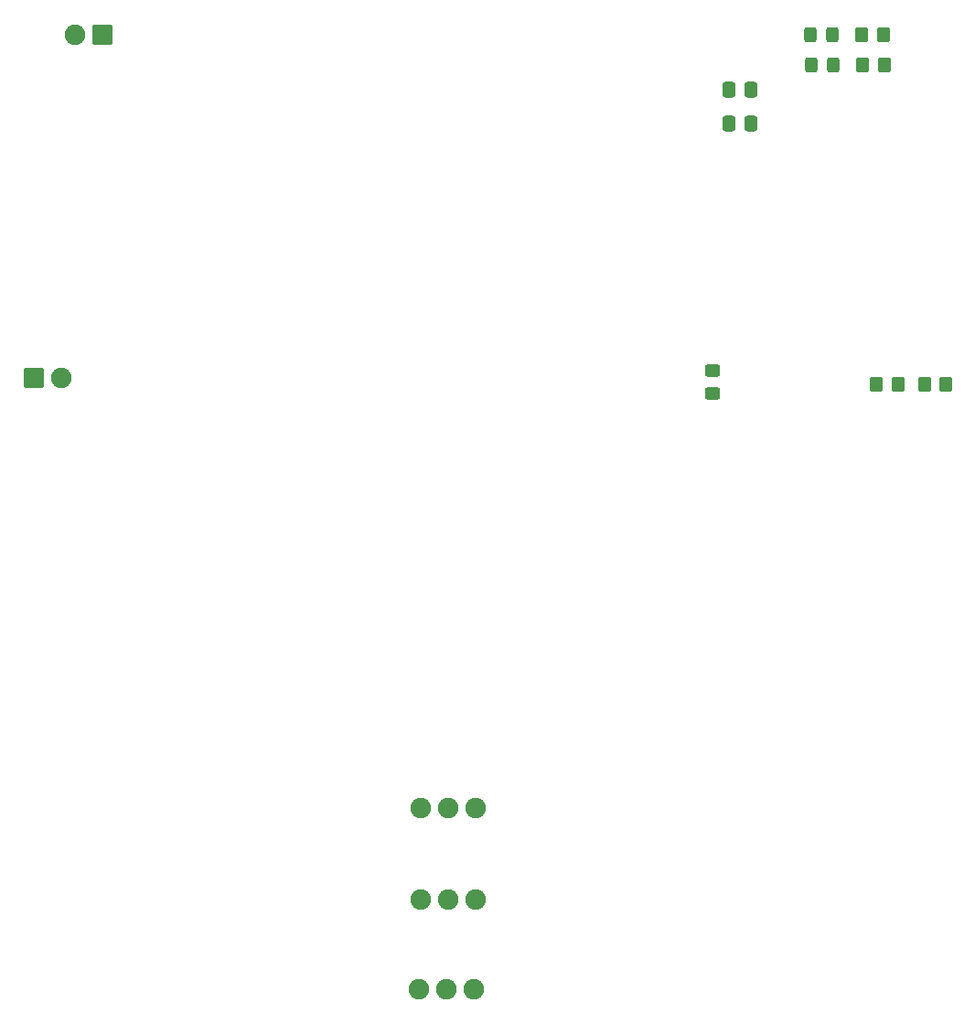
<source format=gbr>
%TF.GenerationSoftware,KiCad,Pcbnew,9.0.6*%
%TF.CreationDate,2026-02-25T04:36:07+07:00*%
%TF.ProjectId,Robot,526f626f-742e-46b6-9963-61645f706362,rev?*%
%TF.SameCoordinates,Original*%
%TF.FileFunction,Paste,Top*%
%TF.FilePolarity,Positive*%
%FSLAX46Y46*%
G04 Gerber Fmt 4.6, Leading zero omitted, Abs format (unit mm)*
G04 Created by KiCad (PCBNEW 9.0.6) date 2026-02-25 04:36:07*
%MOMM*%
%LPD*%
G01*
G04 APERTURE LIST*
G04 Aperture macros list*
%AMRoundRect*
0 Rectangle with rounded corners*
0 $1 Rounding radius*
0 $2 $3 $4 $5 $6 $7 $8 $9 X,Y pos of 4 corners*
0 Add a 4 corners polygon primitive as box body*
4,1,4,$2,$3,$4,$5,$6,$7,$8,$9,$2,$3,0*
0 Add four circle primitives for the rounded corners*
1,1,$1+$1,$2,$3*
1,1,$1+$1,$4,$5*
1,1,$1+$1,$6,$7*
1,1,$1+$1,$8,$9*
0 Add four rect primitives between the rounded corners*
20,1,$1+$1,$2,$3,$4,$5,0*
20,1,$1+$1,$4,$5,$6,$7,0*
20,1,$1+$1,$6,$7,$8,$9,0*
20,1,$1+$1,$8,$9,$2,$3,0*%
G04 Aperture macros list end*
%ADD10RoundRect,0.250000X0.700000X-0.700000X0.700000X0.700000X-0.700000X0.700000X-0.700000X-0.700000X0*%
%ADD11C,1.900000*%
%ADD12RoundRect,0.250000X0.350000X0.450000X-0.350000X0.450000X-0.350000X-0.450000X0.350000X-0.450000X0*%
%ADD13RoundRect,0.250000X-0.350000X-0.450000X0.350000X-0.450000X0.350000X0.450000X-0.350000X0.450000X0*%
%ADD14RoundRect,0.250000X0.325000X0.450000X-0.325000X0.450000X-0.325000X-0.450000X0.325000X-0.450000X0*%
%ADD15RoundRect,0.250000X0.450000X-0.325000X0.450000X0.325000X-0.450000X0.325000X-0.450000X-0.325000X0*%
%ADD16RoundRect,0.250000X0.337500X0.475000X-0.337500X0.475000X-0.337500X-0.475000X0.337500X-0.475000X0*%
%ADD17RoundRect,0.250000X-0.700000X0.700000X-0.700000X-0.700000X0.700000X-0.700000X0.700000X0.700000X0*%
G04 APERTURE END LIST*
D10*
%TO.C,J2*%
X107950000Y-87630000D03*
D11*
X110490000Y-87630000D03*
%TD*%
D12*
%TO.C,R2*%
X192405000Y-88265000D03*
X190405000Y-88265000D03*
%TD*%
D11*
%TO.C,J10*%
X143764000Y-127466000D03*
X146304000Y-127466000D03*
X148844000Y-127466000D03*
%TD*%
D13*
%TO.C,R3*%
X185960000Y-88265000D03*
X187960000Y-88265000D03*
%TD*%
D12*
%TO.C,R4*%
X186690000Y-58645000D03*
X184690000Y-58645000D03*
%TD*%
D11*
%TO.C,J9*%
X143764000Y-135890000D03*
X146304000Y-135890000D03*
X148844000Y-135890000D03*
%TD*%
D12*
%TO.C,R5*%
X186602000Y-55880000D03*
X184602000Y-55880000D03*
%TD*%
D14*
%TO.C,D2*%
X181882000Y-55880000D03*
X179832000Y-55880000D03*
%TD*%
D11*
%TO.C,J8*%
X143637000Y-144202000D03*
X146177000Y-144202000D03*
X148717000Y-144202000D03*
%TD*%
D14*
%TO.C,D1*%
X181970000Y-58645000D03*
X179920000Y-58645000D03*
%TD*%
D15*
%TO.C,R1*%
X170815000Y-89045000D03*
X170815000Y-86995000D03*
%TD*%
D16*
%TO.C,C2*%
X174392500Y-64135000D03*
X172317500Y-64135000D03*
%TD*%
D17*
%TO.C,U8*%
X114300000Y-55880000D03*
D11*
X111760000Y-55880000D03*
%TD*%
D16*
%TO.C,C1*%
X174392500Y-60960000D03*
X172317500Y-60960000D03*
%TD*%
M02*

</source>
